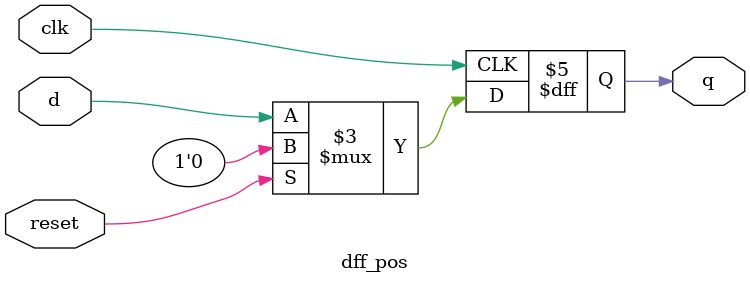
<source format=sv>
module dff_pos(
    input d,
    input clk,
    input reset,
    output logic q
);
    always_ff @(posedge clk)
    begin
        if(reset) q <= 1'b0;
        else      q <= d;
    end

endmodule
</source>
